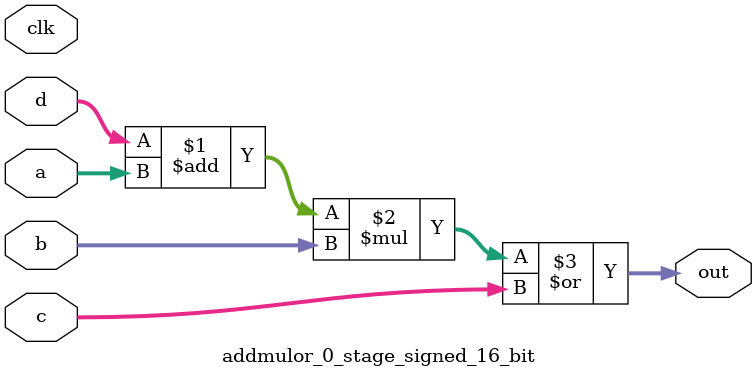
<source format=sv>
(* use_dsp = "yes" *) module addmulor_0_stage_signed_16_bit(
	input signed [15:0] a,
	input signed [15:0] b,
	input signed [15:0] c,
	input signed [15:0] d,
	output [15:0] out,
	input clk);

	assign out = ((d + a) * b) | c;
endmodule

</source>
